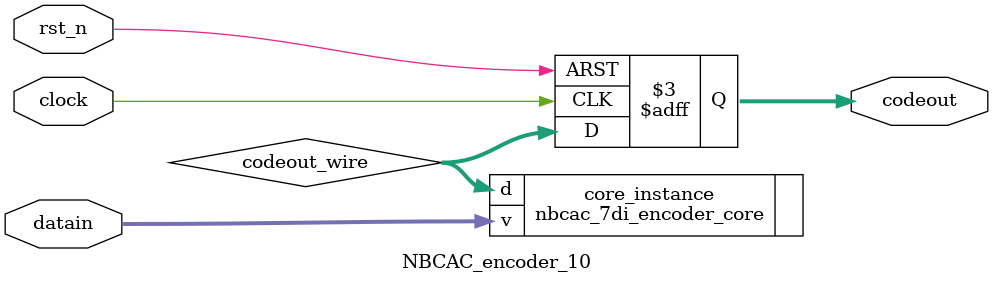
<source format=v>
module NBCAC_encoder_10(
    input wire clock,
    input wire rst_n,
    input wire [6:0] datain,
    output reg [10:1] codeout
);

    wire [10:1] codeout_wire;

    nbcac_7di_encoder_core core_instance(
        .v(datain),
        .d(codeout_wire)
    );

    //sync
    always @(posedge clock or negedge rst_n) begin
        if (~rst_n) begin
            codeout <= 0;
        end
        else begin
            codeout <= codeout_wire;
        end
    end

endmodule
</source>
